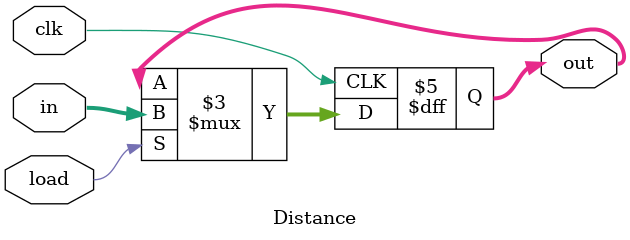
<source format=v>
module Distance #() (
    input [15:0] in, 
    input load,
    input clk,
    output reg [15:0] out
);
always @(posedge clk) begin
    if(load == 1)begin
        out <= in;
    end
end
endmodule
</source>
